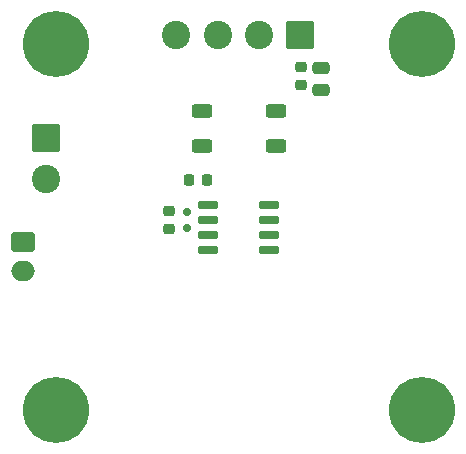
<source format=gbs>
%TF.GenerationSoftware,KiCad,Pcbnew,9.0.7*%
%TF.CreationDate,2026-01-27T18:23:45+01:00*%
%TF.ProjectId,NEMA17_FOC_Driver,4e454d41-3137-45f4-964f-435f44726976,rev?*%
%TF.SameCoordinates,Original*%
%TF.FileFunction,Soldermask,Bot*%
%TF.FilePolarity,Negative*%
%FSLAX46Y46*%
G04 Gerber Fmt 4.6, Leading zero omitted, Abs format (unit mm)*
G04 Created by KiCad (PCBNEW 9.0.7) date 2026-01-27 18:23:45*
%MOMM*%
%LPD*%
G01*
G04 APERTURE LIST*
G04 Aperture macros list*
%AMRoundRect*
0 Rectangle with rounded corners*
0 $1 Rounding radius*
0 $2 $3 $4 $5 $6 $7 $8 $9 X,Y pos of 4 corners*
0 Add a 4 corners polygon primitive as box body*
4,1,4,$2,$3,$4,$5,$6,$7,$8,$9,$2,$3,0*
0 Add four circle primitives for the rounded corners*
1,1,$1+$1,$2,$3*
1,1,$1+$1,$4,$5*
1,1,$1+$1,$6,$7*
1,1,$1+$1,$8,$9*
0 Add four rect primitives between the rounded corners*
20,1,$1+$1,$2,$3,$4,$5,0*
20,1,$1+$1,$4,$5,$6,$7,0*
20,1,$1+$1,$6,$7,$8,$9,0*
20,1,$1+$1,$8,$9,$2,$3,0*%
G04 Aperture macros list end*
%ADD10C,3.600000*%
%ADD11C,5.600000*%
%ADD12RoundRect,0.250000X-0.750000X0.600000X-0.750000X-0.600000X0.750000X-0.600000X0.750000X0.600000X0*%
%ADD13O,2.000000X1.700000*%
%ADD14RoundRect,0.250001X-0.949999X0.949999X-0.949999X-0.949999X0.949999X-0.949999X0.949999X0.949999X0*%
%ADD15C,2.400000*%
%ADD16RoundRect,0.150000X-0.725000X-0.150000X0.725000X-0.150000X0.725000X0.150000X-0.725000X0.150000X0*%
%ADD17RoundRect,0.225000X-0.250000X0.225000X-0.250000X-0.225000X0.250000X-0.225000X0.250000X0.225000X0*%
%ADD18RoundRect,0.250000X-0.625000X0.312500X-0.625000X-0.312500X0.625000X-0.312500X0.625000X0.312500X0*%
%ADD19RoundRect,0.225000X0.250000X-0.225000X0.250000X0.225000X-0.250000X0.225000X-0.250000X-0.225000X0*%
%ADD20RoundRect,0.150000X-0.200000X0.150000X-0.200000X-0.150000X0.200000X-0.150000X0.200000X0.150000X0*%
%ADD21RoundRect,0.250001X-0.949999X-0.949999X0.949999X-0.949999X0.949999X0.949999X-0.949999X0.949999X0*%
%ADD22RoundRect,0.225000X0.225000X0.250000X-0.225000X0.250000X-0.225000X-0.250000X0.225000X-0.250000X0*%
%ADD23RoundRect,0.250000X-0.475000X0.250000X-0.475000X-0.250000X0.475000X-0.250000X0.475000X0.250000X0*%
G04 APERTURE END LIST*
D10*
%TO.C,REF\u002A\u002A*%
X150000000Y-59000000D03*
D11*
X150000000Y-59000000D03*
%TD*%
D10*
%TO.C,REF\u002A\u002A*%
X150000000Y-90000000D03*
D11*
X150000000Y-90000000D03*
%TD*%
D10*
%TO.C,REF\u002A\u002A*%
X181000000Y-59000000D03*
D11*
X181000000Y-59000000D03*
%TD*%
D12*
%TO.C,J2*%
X147240000Y-75750000D03*
D13*
X147240000Y-78250000D03*
%TD*%
D14*
%TO.C,J1*%
X149222500Y-66920000D03*
D15*
X149222500Y-70420000D03*
%TD*%
D10*
%TO.C,REF\u002A\u002A*%
X181000000Y-90000000D03*
D11*
X181000000Y-90000000D03*
%TD*%
D16*
%TO.C,U3*%
X162925000Y-76405000D03*
X162925000Y-75135000D03*
X162925000Y-73865000D03*
X162925000Y-72595000D03*
X168075000Y-72595000D03*
X168075000Y-73865000D03*
X168075000Y-75135000D03*
X168075000Y-76405000D03*
%TD*%
D17*
%TO.C,C2*%
X170760000Y-60955000D03*
X170760000Y-62505000D03*
%TD*%
D18*
%TO.C,RSENS1*%
X168650000Y-64697500D03*
X168650000Y-67622500D03*
%TD*%
D19*
%TO.C,C9*%
X159630000Y-74675000D03*
X159630000Y-73125000D03*
%TD*%
D20*
%TO.C,D1*%
X161100000Y-74600000D03*
X161100000Y-73200000D03*
%TD*%
D18*
%TO.C,RSENS2*%
X162380000Y-64697500D03*
X162380000Y-67622500D03*
%TD*%
D21*
%TO.C,MotorConn1*%
X170720000Y-58200000D03*
D15*
X167220000Y-58200000D03*
X163720000Y-58200000D03*
X160220000Y-58200000D03*
%TD*%
D22*
%TO.C,C4*%
X162825000Y-70540000D03*
X161275000Y-70540000D03*
%TD*%
D23*
%TO.C,C3*%
X172490000Y-61000000D03*
X172490000Y-62900000D03*
%TD*%
M02*

</source>
